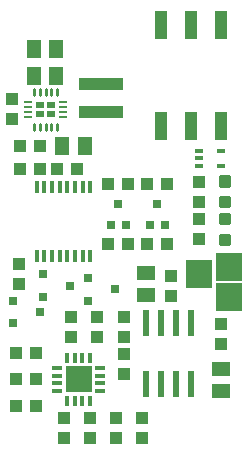
<source format=gtp>
G75*
%MOIN*%
%OFA0B0*%
%FSLAX25Y25*%
%IPPOS*%
%LPD*%
%AMOC8*
5,1,8,0,0,1.08239X$1,22.5*
%
%ADD10R,0.02362X0.08661*%
%ADD11R,0.05906X0.05118*%
%ADD12R,0.03937X0.04331*%
%ADD13R,0.08800X0.09800*%
%ADD14R,0.04449X0.09606*%
%ADD15R,0.03740X0.01378*%
%ADD16R,0.01378X0.03740*%
%ADD17R,0.08780X0.08780*%
%ADD18R,0.01200X0.03900*%
%ADD19R,0.02992X0.02992*%
%ADD20R,0.03150X0.01378*%
%ADD21R,0.14567X0.03858*%
%ADD22R,0.05118X0.05906*%
%ADD23R,0.04331X0.03937*%
%ADD24C,0.01181*%
%ADD25R,0.02756X0.02756*%
%ADD26R,0.03150X0.02362*%
%ADD27C,0.01102*%
%ADD28R,0.03150X0.00906*%
D10*
X0053500Y0052514D03*
X0058500Y0052514D03*
X0063500Y0052514D03*
X0068500Y0052514D03*
X0068500Y0072986D03*
X0063500Y0072986D03*
X0058500Y0072986D03*
X0053500Y0072986D03*
D11*
X0053500Y0082010D03*
X0053500Y0089490D03*
X0078500Y0057490D03*
X0078500Y0050010D03*
D12*
X0010154Y0045250D03*
X0010154Y0054000D03*
X0010154Y0062750D03*
X0016846Y0062750D03*
X0016846Y0054000D03*
X0016846Y0045250D03*
X0040860Y0099000D03*
X0047553Y0099000D03*
X0053904Y0099000D03*
X0060596Y0099000D03*
X0061750Y0088596D03*
X0061750Y0081904D03*
X0078500Y0072346D03*
X0078500Y0065654D03*
X0060596Y0119000D03*
X0053904Y0119000D03*
X0047390Y0119000D03*
X0040697Y0119000D03*
X0030596Y0124000D03*
X0023904Y0124000D03*
X0018096Y0124000D03*
X0011404Y0124000D03*
X0008750Y0140654D03*
X0008750Y0147346D03*
D13*
X0071000Y0089000D03*
X0081000Y0091500D03*
X0081000Y0081500D03*
D14*
X0078500Y0138321D03*
X0068500Y0138321D03*
X0058500Y0138321D03*
X0058500Y0172179D03*
X0068500Y0172179D03*
X0078500Y0172179D03*
D15*
X0038244Y0057839D03*
X0038244Y0055280D03*
X0038244Y0052720D03*
X0038244Y0050161D03*
X0023756Y0050161D03*
X0023756Y0052720D03*
X0023756Y0055280D03*
X0023756Y0057839D03*
D16*
X0027161Y0061244D03*
X0029720Y0061244D03*
X0032280Y0061244D03*
X0034839Y0061244D03*
X0034839Y0046756D03*
X0032280Y0046756D03*
X0029720Y0046756D03*
X0027161Y0046756D03*
D17*
X0031000Y0054000D03*
D18*
X0029839Y0095013D03*
X0032398Y0095013D03*
X0034957Y0095013D03*
X0027280Y0095013D03*
X0024720Y0095013D03*
X0022161Y0095013D03*
X0019602Y0095013D03*
X0017043Y0095013D03*
X0017043Y0117987D03*
X0019602Y0117987D03*
X0022161Y0117987D03*
X0024720Y0117987D03*
X0027280Y0117987D03*
X0029839Y0117987D03*
X0032398Y0117987D03*
X0034957Y0117987D03*
D19*
X0033992Y0087740D03*
X0033992Y0080260D03*
X0028008Y0085250D03*
X0018992Y0081510D03*
X0018008Y0076500D03*
X0018992Y0088990D03*
X0008992Y0080240D03*
X0008992Y0072760D03*
X0043008Y0084000D03*
D20*
X0071010Y0125191D03*
X0071010Y0127750D03*
X0071010Y0130309D03*
X0078490Y0130309D03*
X0078490Y0125191D03*
D21*
X0038500Y0143085D03*
X0038500Y0152415D03*
D22*
X0032990Y0131750D03*
X0025510Y0131750D03*
X0023490Y0155250D03*
X0023490Y0164000D03*
X0016010Y0164000D03*
X0016010Y0155250D03*
D23*
X0018096Y0131750D03*
X0011404Y0131750D03*
X0011000Y0092346D03*
X0011000Y0085654D03*
X0028500Y0074846D03*
X0028500Y0068154D03*
X0037250Y0068154D03*
X0037250Y0074846D03*
X0046000Y0074846D03*
X0046000Y0068154D03*
X0046000Y0062346D03*
X0046000Y0055654D03*
X0043500Y0041096D03*
X0043500Y0034404D03*
X0034750Y0034404D03*
X0034750Y0041096D03*
X0026000Y0041096D03*
X0026000Y0034404D03*
X0052250Y0034404D03*
X0052250Y0041096D03*
X0071000Y0100654D03*
X0071000Y0107346D03*
X0071000Y0113154D03*
X0071000Y0119846D03*
D24*
X0078372Y0118575D02*
X0081128Y0118575D01*
X0078372Y0118575D02*
X0078372Y0121331D01*
X0081128Y0121331D01*
X0081128Y0118575D01*
X0081128Y0119755D02*
X0078372Y0119755D01*
X0078372Y0120935D02*
X0081128Y0120935D01*
X0081128Y0111669D02*
X0078372Y0111669D01*
X0078372Y0114425D01*
X0081128Y0114425D01*
X0081128Y0111669D01*
X0081128Y0112849D02*
X0078372Y0112849D01*
X0078372Y0114029D02*
X0081128Y0114029D01*
X0081128Y0108831D02*
X0078372Y0108831D01*
X0081128Y0108831D02*
X0081128Y0106075D01*
X0078372Y0106075D01*
X0078372Y0108831D01*
X0078372Y0107255D02*
X0081128Y0107255D01*
X0081128Y0108435D02*
X0078372Y0108435D01*
X0078372Y0101925D02*
X0081128Y0101925D01*
X0081128Y0099169D01*
X0078372Y0099169D01*
X0078372Y0101925D01*
X0078372Y0100349D02*
X0081128Y0100349D01*
X0081128Y0101529D02*
X0078372Y0101529D01*
D25*
X0059809Y0105358D03*
X0057250Y0112642D03*
X0054691Y0105358D03*
X0046766Y0105358D03*
X0044207Y0112642D03*
X0041648Y0105358D03*
D26*
X0021969Y0142425D03*
X0021969Y0145575D03*
X0018031Y0145575D03*
X0018031Y0142425D03*
D27*
X0018031Y0139315D02*
X0018031Y0137071D01*
X0016063Y0137071D02*
X0016063Y0139315D01*
X0020000Y0139315D02*
X0020000Y0137071D01*
X0021969Y0137071D02*
X0021969Y0139315D01*
X0023937Y0139315D02*
X0023937Y0137071D01*
X0023937Y0148685D02*
X0023937Y0150929D01*
X0021969Y0150929D02*
X0021969Y0148685D01*
X0020000Y0148685D02*
X0020000Y0150929D01*
X0018031Y0150929D02*
X0018031Y0148685D01*
X0016063Y0148685D02*
X0016063Y0150929D01*
D28*
X0014252Y0146362D03*
X0014252Y0144787D03*
X0014252Y0143213D03*
X0014252Y0141638D03*
X0025748Y0141638D03*
X0025748Y0143213D03*
X0025748Y0144787D03*
X0025748Y0146362D03*
M02*

</source>
